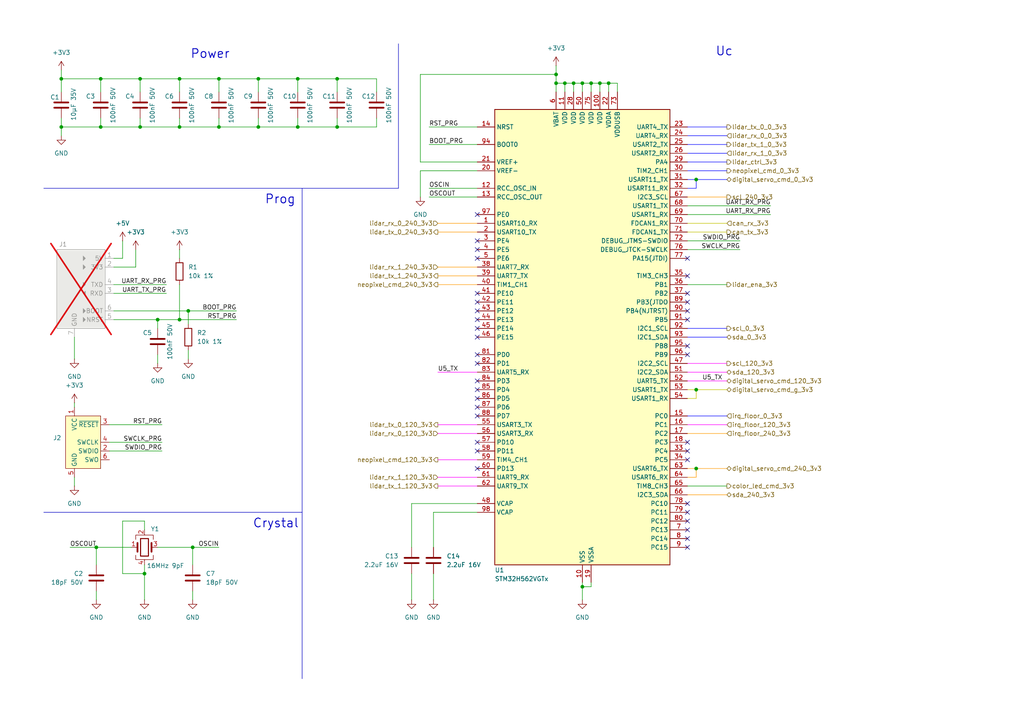
<source format=kicad_sch>
(kicad_sch (version 20250114) (generator "eeschema") (generator_version "9.0")
  (paper "A4")
  (lib_symbols
    (symbol "MCU_ST_STM32H5:STM32H562VGTx"
      (property "Reference" "U" (at -25.4 67.31 0))
      (property "Value" "STM32H562VGTx" (at 12.7 67.31 0))
      (symbol "STM32H562VGTx_0_1"
        (rectangle (start -25.4 -66.04) (end 25.4 66.04) (stroke (width 0.254)) (fill (type background)))
      )
      (symbol "STM32H562VGTx_1_1"
        (pin input line (at -30.48 60.96 0) (length 5.08) (name "NRST") (number "14"))
        (pin input line (at -30.48 55.88 0) (length 5.08) (name "BOOT0") (number "94"))
        (pin input line (at -30.48 50.8 0) (length 5.08) (name "VREF+") (number "21"))
        (pin input line (at -30.48 48.26 0) (length 5.08) (name "VREF-") (number "20"))
        (pin bidirectional line (at -30.48 43.18 0) (length 5.08) (name "PH0") (number "12") (alternate "RCC_OSC_IN" bidirectional line))
        (pin bidirectional line (at -30.48 40.64 0) (length 5.08) (name "PH1") (number "13") (alternate "RCC_OSC_OUT" bidirectional line))
        (pin bidirectional line (at -30.48 35.56 0) (length 5.08) (name "PE0") (number "97") (alternate "FDCAN1_RX" bidirectional line))
        (pin bidirectional line (at -30.48 33.02 0) (length 5.08) (name "PE2") (number "1") (alternate "USART10_RX" bidirectional line))
        (pin bidirectional line (at -30.48 30.48 0) (length 5.08) (name "PE3") (number "2") (alternate "USART10_TX" bidirectional line))
        (pin bidirectional line (at -30.48 27.94 0) (length 5.08) (name "PE4") (number "3"))
        (pin bidirectional line (at -30.48 25.4 0) (length 5.08) (name "PE5") (number "4"))
        (pin bidirectional line (at -30.48 22.86 0) (length 5.08) (name "PE6") (number "5"))
        (pin bidirectional line (at -30.48 20.32 0) (length 5.08) (name "PE7") (number "38") (alternate "UART7_RX" bidirectional line))
        (pin bidirectional line (at -30.48 17.78 0) (length 5.08) (name "PE8") (number "39") (alternate "UART7_TX" bidirectional line))
        (pin bidirectional line (at -30.48 15.24 0) (length 5.08) (name "PE9") (number "40") (alternate "TIM1_CH1" bidirectional line))
        (pin bidirectional line (at -30.48 12.7 0) (length 5.08) (name "PE10") (number "41"))
        (pin bidirectional line (at -30.48 10.16 0) (length 5.08) (name "PE11") (number "42"))
        (pin bidirectional line (at -30.48 7.62 0) (length 5.08) (name "PE12") (number "43"))
        (pin bidirectional line (at -30.48 5.08 0) (length 5.08) (name "PE13") (number "44"))
        (pin bidirectional line (at -30.48 2.54 0) (length 5.08) (name "PE14") (number "45"))
        (pin bidirectional line (at -30.48 0 0) (length 5.08) (name "PE15") (number "46"))
        (pin bidirectional line (at -30.48 -5.08 0) (length 5.08) (name "PD0") (number "81") (alternate "FDCAN1_RX" bidirectional line) (alternate "UART4_RX" bidirectional line))
        (pin bidirectional line (at -30.48 -7.62 0) (length 5.08) (name "PD1") (number "82") (alternate "FDCAN1_TX" bidirectional line) (alternate "UART4_TX" bidirectional line))
        (pin bidirectional line (at -30.48 -10.16 0) (length 5.08) (name "PD2") (number "83") (alternate "UART5_RX" bidirectional line))
        (pin bidirectional line (at -30.48 -12.7 0) (length 5.08) (name "PD3") (number "84"))
        (pin bidirectional line (at -30.48 -15.24 0) (length 5.08) (name "PD4") (number "85"))
        (pin bidirectional line (at -30.48 -17.78 0) (length 5.08) (name "PD5") (number "86") (alternate "FDCAN1_TX" bidirectional line) (alternate "USART2_TX" bidirectional line))
        (pin bidirectional line (at -30.48 -20.32 0) (length 5.08) (name "PD6") (number "87") (alternate "USART2_RX" bidirectional line))
        (pin bidirectional line (at -30.48 -22.86 0) (length 5.08) (name "PD7") (number "88"))
        (pin bidirectional line (at -30.48 -25.4 0) (length 5.08) (name "PD8") (number "55") (alternate "USART3_TX" bidirectional line))
        (pin bidirectional line (at -30.48 -27.94 0) (length 5.08) (name "PD9") (number "56") (alternate "USART3_RX" bidirectional line))
        (pin bidirectional line (at -30.48 -30.48 0) (length 5.08) (name "PD10") (number "57"))
        (pin bidirectional line (at -30.48 -33.02 0) (length 5.08) (name "PD11") (number "58") (alternate "UART4_RX" bidirectional line))
        (pin bidirectional line (at -30.48 -35.56 0) (length 5.08) (name "PD12") (number "59") (alternate "TIM4_CH1" bidirectional line) (alternate "UART4_TX" bidirectional line))
        (pin bidirectional line (at -30.48 -38.1 0) (length 5.08) (name "PD13") (number "60"))
        (pin bidirectional line (at -30.48 -40.64 0) (length 5.08) (name "PD14") (number "61") (alternate "UART9_RX" bidirectional line))
        (pin bidirectional line (at -30.48 -43.18 0) (length 5.08) (name "PD15") (number "62") (alternate "UART9_TX" bidirectional line))
        (pin power_out line (at -30.48 -48.26 0) (length 5.08) (name "VCAP") (number "48"))
        (pin power_out line (at -30.48 -50.8 0) (length 5.08) (name "VCAP") (number "98"))
        (pin power_in line (at -7.62 71.12 270) (length 5.08) (name "VBAT") (number "6"))
        (pin power_in line (at -5.08 71.12 270) (length 5.08) (name "VDD") (number "11"))
        (pin power_in line (at -2.54 71.12 270) (length 5.08) (name "VDD") (number "28"))
        (pin power_in line (at 0 71.12 270) (length 5.08) (name "VDD") (number "50"))
        (pin power_in line (at 0 -71.12 90) (length 5.08) (name "VSS") (number "10"))
        (pin passive line (at 0 -71.12 90) (length 5.08) (hide yes) (name "VSS") (number "27"))
        (pin passive line (at 0 -71.12 90) (length 5.08) (hide yes) (name "VSS") (number "49"))
        (pin passive line (at 0 -71.12 90) (length 5.08) (hide yes) (name "VSS") (number "74"))
        (pin passive line (at 0 -71.12 90) (length 5.08) (hide yes) (name "VSS") (number "99"))
        (pin power_in line (at 2.54 71.12 270) (length 5.08) (name "VDD") (number "75"))
        (pin power_in line (at 2.54 -71.12 90) (length 5.08) (name "VSSA") (number "19"))
        (pin power_in line (at 5.08 71.12 270) (length 5.08) (name "VDD") (number "100"))
        (pin power_in line (at 7.62 71.12 270) (length 5.08) (name "VDDA") (number "22"))
        (pin power_in line (at 10.16 71.12 270) (length 5.08) (name "VDDUSB") (number "73"))
        (pin bidirectional line (at 30.48 60.96 180) (length 5.08) (name "PA0") (number "23") (alternate "TIM2_CH1" bidirectional line) (alternate "UART4_TX" bidirectional line))
        (pin bidirectional line (at 30.48 58.42 180) (length 5.08) (name "PA1") (number "24") (alternate "UART4_RX" bidirectional line))
        (pin bidirectional line (at 30.48 55.88 180) (length 5.08) (name "PA2") (number "25") (alternate "USART2_TX" bidirectional line))
        (pin bidirectional line (at 30.48 53.34 180) (length 5.08) (name "PA3") (number "26") (alternate "USART2_RX" bidirectional line))
        (pin bidirectional line (at 30.48 50.8 180) (length 5.08) (name "PA4") (number "29"))
        (pin bidirectional line (at 30.48 48.26 180) (length 5.08) (name "PA5") (number "30") (alternate "TIM2_CH1" bidirectional line))
        (pin bidirectional line (at 30.48 45.72 180) (length 5.08) (name "PA6") (number "31") (alternate "USART11_TX" bidirectional line))
        (pin bidirectional line (at 30.48 43.18 180) (length 5.08) (name "PA7") (number "32") (alternate "USART11_RX" bidirectional line))
        (pin bidirectional line (at 30.48 40.64 180) (length 5.08) (name "PA8") (number "67") (alternate "I2C3_SCL" bidirectional line) (alternate "TIM1_CH1" bidirectional line) (alternate "UART7_RX" bidirectional line))
        (pin bidirectional line (at 30.48 38.1 180) (length 5.08) (name "PA9") (number "68") (alternate "USART1_TX" bidirectional line))
        (pin bidirectional line (at 30.48 35.56 180) (length 5.08) (name "PA10") (number "69") (alternate "USART1_RX" bidirectional line))
        (pin bidirectional line (at 30.48 33.02 180) (length 5.08) (name "PA11") (number "70") (alternate "FDCAN1_RX" bidirectional line) (alternate "UART4_RX" bidirectional line))
        (pin bidirectional line (at 30.48 30.48 180) (length 5.08) (name "PA12") (number "71") (alternate "FDCAN1_TX" bidirectional line) (alternate "UART4_TX" bidirectional line))
        (pin bidirectional line (at 30.48 27.94 180) (length 5.08) (name "PA13(JTMS") (number "72") (alternate "DEBUG_JTMS-SWDIO" bidirectional line))
        (pin bidirectional line (at 30.48 25.4 180) (length 5.08) (name "PA14(JTCK") (number "76") (alternate "DEBUG_JTCK-SWCLK" bidirectional line))
        (pin bidirectional line (at 30.48 22.86 180) (length 5.08) (name "PA15(JTDI)") (number "77") (alternate "TIM2_CH1" bidirectional line) (alternate "UART7_TX" bidirectional line))
        (pin bidirectional line (at 30.48 17.78 180) (length 5.08) (name "PB0") (number "35") (alternate "TIM3_CH3" bidirectional line))
        (pin bidirectional line (at 30.48 15.24 180) (length 5.08) (name "PB1") (number "36"))
        (pin bidirectional line (at 30.48 12.7 180) (length 5.08) (name "PB2") (number "37"))
        (pin bidirectional line (at 30.48 10.16 180) (length 5.08) (name "PB3(JTDO") (number "89") (alternate "I2C2_SDA" bidirectional line) (alternate "UART7_RX" bidirectional line))
        (pin bidirectional line (at 30.48 7.62 180) (length 5.08) (name "PB4(NJTRST)") (number "90") (alternate "UART7_TX" bidirectional line))
        (pin bidirectional line (at 30.48 5.08 180) (length 5.08) (name "PB5") (number "91") (alternate "UART5_RX" bidirectional line))
        (pin bidirectional line (at 30.48 2.54 180) (length 5.08) (name "PB6") (number "92") (alternate "I2C1_SCL" bidirectional line) (alternate "TIM4_CH1" bidirectional line) (alternate "UART5_TX" bidirectional line) (alternate "USART1_TX" bidirectional line))
        (pin bidirectional line (at 30.48 0 180) (length 5.08) (name "PB7") (number "93") (alternate "FDCAN1_TX" bidirectional line) (alternate "I2C1_SDA" bidirectional line) (alternate "USART1_RX" bidirectional line))
        (pin bidirectional line (at 30.48 -2.54 180) (length 5.08) (name "PB8") (number "95") (alternate "FDCAN1_RX" bidirectional line) (alternate "I2C1_SCL" bidirectional line) (alternate "UART4_RX" bidirectional line))
        (pin bidirectional line (at 30.48 -5.08 180) (length 5.08) (name "PB9") (number "96") (alternate "FDCAN1_TX" bidirectional line) (alternate "I2C1_SDA" bidirectional line) (alternate "UART4_TX" bidirectional line))
        (pin bidirectional line (at 30.48 -7.62 180) (length 5.08) (name "PB10") (number "47") (alternate "I2C2_SCL" bidirectional line) (alternate "USART3_TX" bidirectional line))
        (pin bidirectional line (at 30.48 -10.16 180) (length 5.08) (name "PB12") (number "51") (alternate "I2C2_SDA" bidirectional line) (alternate "UART5_RX" bidirectional line))
        (pin bidirectional line (at 30.48 -12.7 180) (length 5.08) (name "PB13") (number "52") (alternate "UART5_TX" bidirectional line))
        (pin bidirectional line (at 30.48 -15.24 180) (length 5.08) (name "PB14") (number "53") (alternate "USART1_TX" bidirectional line))
        (pin bidirectional line (at 30.48 -17.78 180) (length 5.08) (name "PB15") (number "54") (alternate "UART5_RX" bidirectional line) (alternate "USART1_RX" bidirectional line))
        (pin bidirectional line (at 30.48 -22.86 180) (length 5.08) (name "PC0") (number "15"))
        (pin bidirectional line (at 30.48 -25.4 180) (length 5.08) (name "PC1") (number "16"))
        (pin bidirectional line (at 30.48 -27.94 180) (length 5.08) (name "PC2") (number "17"))
        (pin bidirectional line (at 30.48 -30.48 180) (length 5.08) (name "PC3") (number "18"))
        (pin bidirectional line (at 30.48 -33.02 180) (length 5.08) (name "PC4") (number "33") (alternate "USART3_RX" bidirectional line))
        (pin bidirectional line (at 30.48 -35.56 180) (length 5.08) (name "PC5") (number "34"))
        (pin bidirectional line (at 30.48 -38.1 180) (length 5.08) (name "PC6") (number "63") (alternate "USART6_TX" bidirectional line))
        (pin bidirectional line (at 30.48 -40.64 180) (length 5.08) (name "PC7") (number "64") (alternate "USART6_RX" bidirectional line))
        (pin bidirectional line (at 30.48 -43.18 180) (length 5.08) (name "PC8") (number "65") (alternate "TIM3_CH3" bidirectional line) (alternate "TIM8_CH3" bidirectional line))
        (pin bidirectional line (at 30.48 -45.72 180) (length 5.08) (name "PC9") (number "66") (alternate "I2C3_SDA" bidirectional line))
        (pin bidirectional line (at 30.48 -48.26 180) (length 5.08) (name "PC10") (number "78") (alternate "UART4_TX" bidirectional line) (alternate "USART3_TX" bidirectional line))
        (pin bidirectional line (at 30.48 -50.8 180) (length 5.08) (name "PC11") (number "79") (alternate "UART4_RX" bidirectional line) (alternate "USART3_RX" bidirectional line))
        (pin bidirectional line (at 30.48 -53.34 180) (length 5.08) (name "PC12") (number "80") (alternate "UART5_TX" bidirectional line))
        (pin bidirectional line (at 30.48 -55.88 180) (length 5.08) (name "PC13") (number "7"))
        (pin bidirectional line (at 30.48 -58.42 180) (length 5.08) (name "PC14") (number "8"))
        (pin bidirectional line (at 30.48 -60.96 180) (length 5.08) (name "PC15") (number "9"))
      )
    )
    (symbol "cocotter_capacitors:C_100nF_50V_0603" (pin_numbers (hide yes)) (pin_names (offset 0.254))
      (property "Reference" "C" (at 0.635 2.54 0))
      (property "Value" "100nF 50V" (at 0.635 -2.54 0))
      (symbol "C_100nF_50V_0603_0_1"
        (polyline (pts (xy -2.032 0.762) (xy 2.032 0.762)) (stroke (width 0.508)))
        (polyline (pts (xy -2.032 -0.762) (xy 2.032 -0.762)) (stroke (width 0.508)))
      )
      (symbol "C_100nF_50V_0603_1_1"
        (pin passive line (at 0 3.81 270) (length 2.794) (name "~") (number "1"))
        (pin passive line (at 0 -3.81 90) (length 2.794) (name "~") (number "2"))
      )
    )
    (symbol "cocotter_capacitors:C_10µF_35V_1206" (pin_numbers (hide yes)) (pin_names (offset 0.254))
      (property "Reference" "C" (at 0.635 2.54 0))
      (property "Value" "10µF 35V" (at 0.635 -2.54 0))
      (symbol "C_10µF_35V_1206_0_1"
        (polyline (pts (xy -2.032 0.762) (xy 2.032 0.762)) (stroke (width 0.508)))
        (polyline (pts (xy -2.032 -0.762) (xy 2.032 -0.762)) (stroke (width 0.508)))
      )
      (symbol "C_10µF_35V_1206_1_1"
        (pin passive line (at 0 3.81 270) (length 2.794) (name "~") (number "1"))
        (pin passive line (at 0 -3.81 90) (length 2.794) (name "~") (number "2"))
      )
    )
    (symbol "cocotter_capacitors:C_18pF_50V_0603" (pin_numbers (hide yes)) (pin_names (offset 0.254))
      (property "Reference" "C" (at 0.635 2.54 0))
      (property "Value" "18pF 50V" (at 0.635 -2.54 0))
      (symbol "C_18pF_50V_0603_0_1"
        (polyline (pts (xy -2.032 0.762) (xy 2.032 0.762)) (stroke (width 0.508)))
        (polyline (pts (xy -2.032 -0.762) (xy 2.032 -0.762)) (stroke (width 0.508)))
      )
      (symbol "C_18pF_50V_0603_1_1"
        (pin passive line (at 0 3.81 270) (length 2.794) (name "~") (number "1"))
        (pin passive line (at 0 -3.81 90) (length 2.794) (name "~") (number "2"))
      )
    )
    (symbol "cocotter_capacitors:C_2.2uF_16V_0603" (pin_numbers (hide yes)) (pin_names (offset 0.254))
      (property "Reference" "C" (at 0.635 2.54 0))
      (property "Value" "2.2uF 16V" (at 0.635 -2.54 0))
      (symbol "C_2.2uF_16V_0603_0_1"
        (polyline (pts (xy -2.032 0.762) (xy 2.032 0.762)) (stroke (width 0.508)))
        (polyline (pts (xy -2.032 -0.762) (xy 2.032 -0.762)) (stroke (width 0.508)))
      )
      (symbol "C_2.2uF_16V_0603_1_1"
        (pin passive line (at 0 3.81 270) (length 2.794) (name "~") (number "1"))
        (pin passive line (at 0 -3.81 90) (length 2.794) (name "~") (number "2"))
      )
    )
    (symbol "cocotter_connectors:Conn_ARM_SWD_TagConnect_TC2030" (in_bom no)
      (property "Reference" "J" (at 2.54 11.43 0))
      (property "Value" "Conn_ARM_SWD_TagConnect_TC2030" (at 5.08 8.89 0))
      (symbol "Conn_ARM_SWD_TagConnect_TC2030_0_0"
        (pin power_in line (at -2.54 10.16 270) (length 2.54) (name "VCC") (number "1"))
        (pin power_in line (at -2.54 -10.16 90) (length 2.54) (name "GND") (number "5"))
        (pin open_collector line (at 7.62 5.08 180) (length 2.54) (name "~{RESET}") (number "3"))
        (pin output line (at 7.62 0 180) (length 2.54) (name "SWCLK") (number "4"))
        (pin bidirectional line (at 7.62 -2.54 180) (length 2.54) (name "SWDIO") (number "2"))
        (pin input line (at 7.62 -5.08 180) (length 2.54) (name "SWO") (number "6"))
      )
      (symbol "Conn_ARM_SWD_TagConnect_TC2030_0_1"
        (rectangle (start -5.08 7.62) (end 5.08 -7.62) (fill (type background)))
      )
    )
    (symbol "cocotter_connectors:eps32_uart_programmer"
      (property "Reference" "J" (at -7.112 13.716 0))
      (property "JLCPCB Part #" "C492406" (at 0 0 0))
      (symbol "eps32_uart_programmer_1_1"
        (rectangle (start -7.62 12.7) (end 6.35 -10.16) (fill (type background)))
        (polyline (pts (xy -1.905 -0.635) (xy -1.27 0) (xy -1.905 0.635) (xy -1.905 -0.635)) (fill (type outline)))
        (polyline (pts (xy -1.27 10.795) (xy -1.905 10.16) (xy -1.27 9.525) (xy -1.27 10.795)) (fill (type outline)))
        (polyline (pts (xy -1.27 8.255) (xy -1.905 7.62) (xy -1.27 6.985) (xy -1.27 8.255)) (fill (type outline)))
        (polyline (pts (xy -1.27 3.175) (xy -1.905 2.54) (xy -1.27 1.905) (xy -1.27 3.175)) (fill (type outline)))
        (polyline (pts (xy -1.27 -4.445) (xy -1.905 -5.08) (xy -1.27 -5.715) (xy -1.27 -4.445)) (fill (type outline)))
        (polyline (pts (xy -1.27 -6.985) (xy -1.905 -7.62) (xy -1.27 -8.255) (xy -1.27 -6.985)) (fill (type outline)))
        (pin power_out line (at -10.16 10.16 0) (length 2.54) (name "5V") (number "1"))
        (pin power_out line (at -10.16 7.62 0) (length 2.54) (name "3V3") (number "2"))
        (pin output line (at -10.16 2.54 0) (length 2.54) (name "TXD") (number "4"))
        (pin input line (at -10.16 0 0) (length 2.54) (name "RXD") (number "3"))
        (pin output line (at -10.16 -5.08 0) (length 2.54) (name "BOOT") (number "6"))
        (pin input line (at -10.16 -7.62 0) (length 2.54) (name "NRST") (number "5"))
        (pin passive line (at 1.27 -12.7 90) (length 2.54) (name "GND") (number "7"))
      )
    )
    (symbol "cocotter_others:XTAL 16MHz 9pF" (pin_names (offset 1.016) (hide yes))
      (property "Reference" "Y" (at 3.175 5.08 0))
      (property "Value" "16MHz 9pF" (at 3.175 3.175 0))
      (symbol "XTAL 16MHz 9pF_0_1"
        (polyline (pts (xy -2.54 2.286) (xy -2.54 3.556) (xy 2.54 3.556) (xy 2.54 2.286)))
        (polyline (pts (xy -2.54 0) (xy -2.032 0)))
        (polyline (pts (xy -2.54 -2.286) (xy -2.54 -3.556) (xy 2.54 -3.556) (xy 2.54 -2.286)))
        (polyline (pts (xy -2.032 -1.27) (xy -2.032 1.27)) (stroke (width 0.508)))
        (rectangle (start -1.143 2.54) (end 1.143 -2.54) (stroke (width 0.3048)))
        (polyline (pts (xy 0 3.556) (xy 0 3.81)))
        (polyline (pts (xy 0 -3.81) (xy 0 -3.556)))
        (polyline (pts (xy 2.032 0) (xy 2.54 0)))
        (polyline (pts (xy 2.032 -1.27) (xy 2.032 1.27)) (stroke (width 0.508)))
      )
      (symbol "XTAL 16MHz 9pF_1_1"
        (pin passive line (at -3.81 0 0) (length 1.27) (name "1") (number "1"))
        (pin passive line (at 0 5.08 270) (length 1.27) (name "2") (number "2"))
        (pin passive line (at 0 -5.08 90) (length 1.27) (name "4") (number "4"))
        (pin passive line (at 3.81 0 180) (length 1.27) (name "3") (number "3"))
      )
    )
    (symbol "cocotter_resistors:R_10k_0603_1%" (pin_numbers (hide yes)) (pin_names (offset 0))
      (property "Reference" "R" (at 1.27 1.27 0))
      (property "Value" "10k 1%" (at 3.81 -1.27 0))
      (symbol "R_10k_0603_1%_0_1"
        (rectangle (start -1.016 -2.54) (end 1.016 2.54) (stroke (width 0.254)))
      )
      (symbol "R_10k_0603_1%_1_1"
        (pin passive line (at 0 3.81 270) (length 1.27) (name "~") (number "1"))
        (pin passive line (at 0 -3.81 90) (length 1.27) (name "~") (number "2"))
      )
    )
    (symbol "power:+3V3" (power) (pin_numbers (hide yes)) (pin_names (offset 0) (hide yes))
      (property "Value" "+3V3" (at 0 3.556 0))
      (symbol "+3V3_0_1"
        (polyline (pts (xy -0.762 1.27) (xy 0 2.54)))
        (polyline (pts (xy 0 2.54) (xy 0.762 1.27)))
        (polyline (pts (xy 0 0) (xy 0 2.54)))
      )
      (symbol "+3V3_1_1"
        (pin power_in line (at 0 0 90) (length 0) (name "~") (number "1"))
      )
    )
    (symbol "power:+5V" (power) (pin_numbers (hide yes)) (pin_names (offset 0) (hide yes))
      (property "Value" "+5V" (at 0 3.556 0))
      (symbol "+5V_0_1"
        (polyline (pts (xy -0.762 1.27) (xy 0 2.54)))
        (polyline (pts (xy 0 2.54) (xy 0.762 1.27)))
        (polyline (pts (xy 0 0) (xy 0 2.54)))
      )
      (symbol "+5V_1_1"
        (pin power_in line (at 0 0 90) (length 0) (name "~") (number "1"))
      )
    )
    (symbol "power:GND" (power) (pin_numbers (hide yes)) (pin_names (offset 0) (hide yes))
      (property "Value" "GND" (at 0 -3.81 0))
      (symbol "GND_0_1"
        (polyline (pts (xy 0 0) (xy 0 -1.27) (xy 1.27 -1.27) (xy 0 -2.54) (xy -1.27 -1.27) (xy 0 -1.27)))
      )
      (symbol "GND_1_1"
        (pin power_in line (at 0 0 270) (length 0) (name "~") (number "1"))
      )
    )
  )
  (text "Prog" (at 81.28 57.912 0) (effects (font (size 2.54 2.54) (thickness 0.254) (bold yes))))
  (text "Uc" (at 210.058 14.986 0) (effects (font (size 2.54 2.54) (thickness 0.254) (bold yes))))
  (text "Crystal\n" (at 80.01 151.892 0) (effects (font (size 2.54 2.54) (thickness 0.254) (bold yes))))
  (text "Power" (at 60.96 15.748 0) (effects (font (size 2.54 2.54) (thickness 0.254) (bold yes))))
  (junction (at 27.94 158.75))
  (junction (at 97.79 22.86))
  (junction (at 29.21 22.86))
  (junction (at 55.88 158.75))
  (junction (at 86.36 22.86))
  (junction (at 176.53 24.13))
  (junction (at 163.83 24.13))
  (junction (at 40.64 22.86))
  (junction (at 171.45 24.13))
  (junction (at 17.78 22.86))
  (junction (at 54.61 90.17))
  (junction (at 52.07 36.83))
  (junction (at 40.64 36.83))
  (junction (at 161.29 24.13))
  (junction (at 168.91 24.13))
  (junction (at 201.93 52.07))
  (junction (at 74.93 22.86))
  (junction (at 41.91 166.37))
  (junction (at 52.07 22.86))
  (junction (at 201.93 135.89))
  (junction (at 86.36 36.83))
  (junction (at 97.79 36.83))
  (junction (at 161.29 21.59))
  (junction (at 168.91 170.18))
  (junction (at 52.07 92.71))
  (junction (at 201.93 113.03))
  (junction (at 63.5 36.83))
  (junction (at 166.37 24.13))
  (junction (at 17.78 36.83))
  (junction (at 29.21 36.83))
  (junction (at 45.72 92.71))
  (junction (at 63.5 22.86))
  (junction (at 173.99 24.13))
  (junction (at 74.93 36.83))
  (no_connect (at 199.39 158.75))
  (no_connect (at 138.43 87.63))
  (no_connect (at 199.39 100.33))
  (no_connect (at 138.43 113.03))
  (no_connect (at 138.43 95.25))
  (no_connect (at 199.39 148.59))
  (no_connect (at 138.43 135.89))
  (no_connect (at 199.39 128.27))
  (no_connect (at 138.43 72.39))
  (no_connect (at 138.43 62.23))
  (no_connect (at 199.39 133.35))
  (no_connect (at 199.39 151.13))
  (no_connect (at 138.43 74.93))
  (no_connect (at 199.39 130.81))
  (no_connect (at 138.43 92.71))
  (no_connect (at 199.39 102.87))
  (no_connect (at 199.39 146.05))
  (no_connect (at 138.43 120.65))
  (no_connect (at 199.39 90.17))
  (no_connect (at 199.39 156.21))
  (no_connect (at 138.43 97.79))
  (no_connect (at 138.43 115.57))
  (no_connect (at 199.39 92.71))
  (no_connect (at 199.39 153.67))
  (no_connect (at 138.43 110.49))
  (no_connect (at 199.39 74.93))
  (no_connect (at 199.39 87.63))
  (no_connect (at 199.39 80.01))
  (no_connect (at 138.43 85.09))
  (no_connect (at 138.43 105.41))
  (no_connect (at 138.43 118.11))
  (no_connect (at 138.43 130.81))
  (no_connect (at 138.43 102.87))
  (no_connect (at 138.43 69.85))
  (no_connect (at 199.39 85.09))
  (no_connect (at 138.43 90.17))
  (no_connect (at 138.43 128.27))
  (wire (pts (xy 21.59 138.43) (xy 21.59 140.97)))
  (wire (pts (xy 121.92 57.15) (xy 121.92 49.53)))
  (wire (pts (xy 31.75 128.27) (xy 46.99 128.27)))
  (wire (pts (xy 109.22 22.86) (xy 109.22 26.67)))
  (wire (pts (xy 29.21 22.86) (xy 29.21 26.67)))
  (wire (pts (xy 74.93 22.86) (xy 86.36 22.86)))
  (wire (pts (xy 41.91 153.67) (xy 41.91 151.13)))
  (wire (pts (xy 199.39 46.99) (xy 210.82 46.99)) (stroke (width 0) (color 0 0 255 1)))
  (polyline (pts (xy 87.63 54.61) (xy 87.63 196.85)))
  (wire (pts (xy 27.94 158.75) (xy 20.32 158.75)))
  (wire (pts (xy 63.5 36.83) (xy 74.93 36.83)))
  (wire (pts (xy 17.78 36.83) (xy 29.21 36.83)))
  (wire (pts (xy 171.45 24.13) (xy 173.99 24.13)))
  (wire (pts (xy 199.39 115.57) (xy 201.93 115.57)) (stroke (width 0) (color 194 194 0 1)))
  (wire (pts (xy 199.39 59.69) (xy 223.52 59.69)))
  (wire (pts (xy 17.78 20.32) (xy 17.78 22.86)))
  (wire (pts (xy 109.22 36.83) (xy 109.22 34.29)))
  (wire (pts (xy 45.72 92.71) (xy 52.07 92.71)))
  (wire (pts (xy 199.39 39.37) (xy 210.82 39.37)) (stroke (width 0) (color 0 0 255 1)))
  (wire (pts (xy 138.43 138.43) (xy 127 138.43)) (stroke (width 0) (color 255 0 255 1)))
  (wire (pts (xy 176.53 24.13) (xy 179.07 24.13)))
  (wire (pts (xy 52.07 22.86) (xy 63.5 22.86)))
  (wire (pts (xy 163.83 24.13) (xy 163.83 26.67)))
  (wire (pts (xy 168.91 170.18) (xy 168.91 173.99)))
  (wire (pts (xy 201.93 115.57) (xy 201.93 113.03)) (stroke (width 0) (color 194 194 0 1)))
  (wire (pts (xy 35.56 151.13) (xy 35.56 166.37)))
  (wire (pts (xy 97.79 36.83) (xy 109.22 36.83)))
  (wire (pts (xy 138.43 46.99) (xy 121.92 46.99)))
  (wire (pts (xy 38.1 158.75) (xy 27.94 158.75)))
  (polyline (pts (xy -86.36 16.51) (xy -86.36 21.59)))
  (wire (pts (xy 74.93 36.83) (xy 74.93 34.29)))
  (wire (pts (xy 171.45 26.67) (xy 171.45 24.13)))
  (wire (pts (xy 173.99 24.13) (xy 176.53 24.13)))
  (wire (pts (xy 163.83 24.13) (xy 166.37 24.13)))
  (wire (pts (xy 40.64 22.86) (xy 52.07 22.86)))
  (wire (pts (xy 40.64 22.86) (xy 40.64 26.67)))
  (wire (pts (xy 125.73 148.59) (xy 125.73 158.75)))
  (wire (pts (xy 138.43 77.47) (xy 127 77.47)) (stroke (width 0) (color 255 153 0 1)))
  (wire (pts (xy 52.07 72.39) (xy 52.07 74.93)))
  (wire (pts (xy 86.36 22.86) (xy 86.36 26.67)))
  (wire (pts (xy 199.39 52.07) (xy 201.93 52.07)) (stroke (width 0) (color 0 0 255 1)))
  (wire (pts (xy 138.43 67.31) (xy 127 67.31)) (stroke (width 0) (color 255 153 0 1)))
  (wire (pts (xy 173.99 24.13) (xy 173.99 26.67)))
  (wire (pts (xy 86.36 22.86) (xy 97.79 22.86)))
  (wire (pts (xy 41.91 166.37) (xy 41.91 173.99)))
  (wire (pts (xy 161.29 21.59) (xy 161.29 24.13)))
  (wire (pts (xy 127 133.35) (xy 138.43 133.35)) (stroke (width 0) (color 255 0 255 1)))
  (wire (pts (xy 138.43 148.59) (xy 125.73 148.59)))
  (wire (pts (xy 199.39 138.43) (xy 201.93 138.43)) (stroke (width 0) (color 255 153 0 1)))
  (wire (pts (xy 199.39 64.77) (xy 210.82 64.77)) (stroke (width 0) (color 194 194 0 1)))
  (wire (pts (xy 39.37 72.39) (xy 39.37 77.47)))
  (wire (pts (xy 29.21 36.83) (xy 29.21 34.29)))
  (wire (pts (xy 33.02 90.17) (xy 54.61 90.17)))
  (wire (pts (xy 199.39 120.65) (xy 210.82 120.65)) (stroke (width 0) (color 0 0 255 1)))
  (wire (pts (xy 138.43 125.73) (xy 127 125.73)) (stroke (width 0) (color 255 0 255 1)))
  (wire (pts (xy 17.78 39.37) (xy 17.78 36.83)))
  (wire (pts (xy 63.5 22.86) (xy 74.93 22.86)))
  (wire (pts (xy 199.39 69.85) (xy 214.63 69.85)))
  (wire (pts (xy 161.29 24.13) (xy 161.29 26.67)))
  (wire (pts (xy 199.39 82.55) (xy 210.82 82.55)))
  (wire (pts (xy 210.82 110.49) (xy 199.39 110.49)) (stroke (width 0) (color 255 0 255 1)))
  (wire (pts (xy 138.43 54.61) (xy 124.46 54.61)))
  (wire (pts (xy 74.93 36.83) (xy 86.36 36.83)))
  (wire (pts (xy 63.5 36.83) (xy 63.5 34.29)))
  (wire (pts (xy 45.72 102.87) (xy 45.72 105.41)))
  (polyline (pts (xy 12.7 148.59) (xy 87.63 148.59)))
  (wire (pts (xy 199.39 67.31) (xy 210.82 67.31)) (stroke (width 0) (color 194 194 0 1)))
  (wire (pts (xy 40.64 36.83) (xy 40.64 34.29)))
  (wire (pts (xy 171.45 170.18) (xy 171.45 168.91)))
  (wire (pts (xy 199.39 49.53) (xy 210.82 49.53)) (stroke (width 0) (color 0 0 255 1)))
  (wire (pts (xy 199.39 143.51) (xy 210.82 143.51)) (stroke (width 0) (color 255 153 0 1)))
  (wire (pts (xy 63.5 22.86) (xy 63.5 26.67)))
  (wire (pts (xy 52.07 22.86) (xy 52.07 26.67)))
  (wire (pts (xy 199.39 105.41) (xy 210.82 105.41)) (stroke (width 0) (color 255 0 255 1)))
  (wire (pts (xy 168.91 168.91) (xy 168.91 170.18)))
  (polyline (pts (xy 12.7 54.61) (xy 115.57 54.61)))
  (polyline (pts (xy 115.57 12.7) (xy 115.57 54.61)))
  (wire (pts (xy 52.07 82.55) (xy 52.07 92.71)))
  (wire (pts (xy 199.39 125.73) (xy 210.82 125.73)) (stroke (width 0) (color 255 153 0 1)))
  (wire (pts (xy 17.78 22.86) (xy 17.78 26.67)))
  (wire (pts (xy 121.92 21.59) (xy 161.29 21.59)))
  (wire (pts (xy 97.79 36.83) (xy 97.79 34.29)))
  (wire (pts (xy 55.88 158.75) (xy 63.5 158.75)))
  (wire (pts (xy 17.78 22.86) (xy 29.21 22.86)))
  (wire (pts (xy 31.75 130.81) (xy 46.99 130.81)))
  (wire (pts (xy 138.43 140.97) (xy 127 140.97)) (stroke (width 0) (color 255 0 255 1)))
  (wire (pts (xy 54.61 101.6) (xy 54.61 104.14)))
  (wire (pts (xy 161.29 24.13) (xy 163.83 24.13)))
  (wire (pts (xy 124.46 57.15) (xy 138.43 57.15)))
  (wire (pts (xy 179.07 24.13) (xy 179.07 26.67)))
  (wire (pts (xy 119.38 146.05) (xy 119.38 158.75)))
  (wire (pts (xy 45.72 158.75) (xy 55.88 158.75)))
  (wire (pts (xy 52.07 36.83) (xy 63.5 36.83)))
  (wire (pts (xy 33.02 77.47) (xy 39.37 77.47)))
  (wire (pts (xy 55.88 171.45) (xy 55.88 173.99)))
  (wire (pts (xy 54.61 90.17) (xy 54.61 93.98)))
  (wire (pts (xy 21.59 97.79) (xy 21.59 104.14)))
  (wire (pts (xy 33.02 82.55) (xy 48.26 82.55)))
  (wire (pts (xy 52.07 36.83) (xy 52.07 34.29)))
  (wire (pts (xy 74.93 22.86) (xy 74.93 26.67)))
  (wire (pts (xy 138.43 146.05) (xy 119.38 146.05)))
  (wire (pts (xy 166.37 24.13) (xy 168.91 24.13)))
  (wire (pts (xy 55.88 158.75) (xy 55.88 163.83)))
  (wire (pts (xy 27.94 158.75) (xy 27.94 163.83)))
  (wire (pts (xy 33.02 74.93) (xy 35.56 74.93)))
  (wire (pts (xy 41.91 163.83) (xy 41.91 166.37)))
  (wire (pts (xy 121.92 49.53) (xy 138.43 49.53)))
  (wire (pts (xy 31.75 123.19) (xy 46.99 123.19)))
  (wire (pts (xy 125.73 166.37) (xy 125.73 173.99)))
  (wire (pts (xy 86.36 36.83) (xy 97.79 36.83)))
  (wire (pts (xy 97.79 22.86) (xy 97.79 26.67)))
  (wire (pts (xy 138.43 41.91) (xy 124.46 41.91)))
  (wire (pts (xy 121.92 46.99) (xy 121.92 21.59)))
  (wire (pts (xy 29.21 36.83) (xy 40.64 36.83)))
  (wire (pts (xy 86.36 36.83) (xy 86.36 34.29)))
  (wire (pts (xy 199.39 95.25) (xy 210.82 95.25)) (stroke (width 0) (color 0 0 255 1)))
  (wire (pts (xy 119.38 166.37) (xy 119.38 173.99)))
  (wire (pts (xy 40.64 36.83) (xy 52.07 36.83)))
  (wire (pts (xy 29.21 22.86) (xy 40.64 22.86)))
  (wire (pts (xy 33.02 92.71) (xy 45.72 92.71)))
  (wire (pts (xy 54.61 90.17) (xy 68.58 90.17)))
  (wire (pts (xy 199.39 62.23) (xy 223.52 62.23)))
  (wire (pts (xy 138.43 123.19) (xy 127 123.19)) (stroke (width 0) (color 255 0 255 1)))
  (wire (pts (xy 127 107.95) (xy 138.43 107.95)) (stroke (width 0) (color 255 0 255 1)))
  (wire (pts (xy 33.02 85.09) (xy 48.26 85.09)))
  (wire (pts (xy 199.39 97.79) (xy 210.82 97.79)) (stroke (width 0) (color 0 0 255 1)))
  (wire (pts (xy 166.37 24.13) (xy 166.37 26.67)))
  (wire (pts (xy 41.91 151.13) (xy 35.56 151.13)))
  (wire (pts (xy 35.56 166.37) (xy 41.91 166.37)))
  (wire (pts (xy 199.39 54.61) (xy 201.93 54.61)) (stroke (width 0) (color 0 0 255 1)))
  (wire (pts (xy 17.78 34.29) (xy 17.78 36.83)))
  (wire (pts (xy 199.39 72.39) (xy 214.63 72.39)))
  (wire (pts (xy 199.39 123.19) (xy 210.82 123.19)) (stroke (width 0) (color 255 0 255 1)))
  (wire (pts (xy 201.93 52.07) (xy 210.82 52.07)) (stroke (width 0) (color 0 0 255 1)))
  (wire (pts (xy 138.43 80.01) (xy 127 80.01)) (stroke (width 0) (color 255 153 0 1)))
  (wire (pts (xy 52.07 92.71) (xy 68.58 92.71)))
  (wire (pts (xy 201.93 135.89) (xy 201.93 138.43)) (stroke (width 0) (color 255 153 0 1)))
  (wire (pts (xy 199.39 36.83) (xy 210.82 36.83)) (stroke (width 0) (color 0 0 255 1)))
  (wire (pts (xy 199.39 41.91) (xy 210.82 41.91)) (stroke (width 0) (color 0 0 255 1)))
  (wire (pts (xy 45.72 95.25) (xy 45.72 92.71)))
  (wire (pts (xy 138.43 36.83) (xy 124.46 36.83)))
  (wire (pts (xy 201.93 113.03) (xy 210.82 113.03)) (stroke (width 0) (color 194 194 0 1)))
  (wire (pts (xy 138.43 64.77) (xy 127 64.77)) (stroke (width 0) (color 255 153 0 1)))
  (wire (pts (xy 161.29 19.05) (xy 161.29 21.59)))
  (wire (pts (xy 176.53 24.13) (xy 176.53 26.67)))
  (wire (pts (xy 199.39 135.89) (xy 201.93 135.89)) (stroke (width 0) (color 255 153 0 1)))
  (wire (pts (xy 199.39 107.95) (xy 210.82 107.95)) (stroke (width 0) (color 255 0 255 1)))
  (wire (pts (xy 27.94 171.45) (xy 27.94 173.99)))
  (wire (pts (xy 168.91 170.18) (xy 171.45 170.18)))
  (wire (pts (xy 127 82.55) (xy 138.43 82.55)) (stroke (width 0) (color 255 153 0 1)))
  (wire (pts (xy 168.91 24.13) (xy 171.45 24.13)))
  (wire (pts (xy 168.91 24.13) (xy 168.91 26.67)))
  (wire (pts (xy 199.39 113.03) (xy 201.93 113.03)) (stroke (width 0) (color 194 194 0 1)))
  (wire (pts (xy 21.59 116.84) (xy 21.59 118.11)))
  (wire (pts (xy 201.93 52.07) (xy 201.93 54.61)) (stroke (width 0) (color 0 0 255 1)))
  (wire (pts (xy 35.56 69.85) (xy 35.56 74.93)))
  (wire (pts (xy 201.93 135.89) (xy 210.82 135.89)) (stroke (width 0) (color 255 153 0 1)))
  (wire (pts (xy 199.39 140.97) (xy 210.82 140.97)))
  (wire (pts (xy 199.39 44.45) (xy 210.82 44.45)) (stroke (width 0) (color 0 0 255 1)))
  (wire (pts (xy 97.79 22.86) (xy 109.22 22.86)))
  (wire (pts (xy 199.39 57.15) (xy 210.82 57.15)) (stroke (width 0) (color 255 153 0 1)))
  (label "RST_PRG" (at 68.58 92.71 180))
  (label "UART_RX_PRG" (at 223.52 59.69 180))
  (label "SWCLK_PRG" (at 214.63 72.39 180))
  (label "U5_TX" (at 209.55 110.49 180))
  (label "RST_PRG" (at 46.99 123.19 180))
  (label "OSCOUT" (at 124.46 57.15 0))
  (label "UART_TX_PRG" (at 48.1846 85.09 180))
  (label "UART_RX_PRG" (at 48.26 82.55 180))
  (label "OSCIN" (at 124.46 54.61 0))
  (label "BOOT_PRG" (at 68.58 90.17 180))
  (label "U5_TX" (at 127 107.95 0))
  (label "SWDIO_PRG" (at 46.99 130.81 180))
  (label "SWCLK_PRG" (at 46.99 128.27 180))
  (label "BOOT_PRG" (at 124.46 41.91 0))
  (label "RST_PRG" (at 124.46 36.83 0))
  (label "SWDIO_PRG" (at 214.63 69.85 180))
  (label "UART_RX_PRG" (at 223.52 62.23 180))
  (label "OSCOUT" (at 20.32 158.75 0))
  (label "OSCIN" (at 63.5 158.75 180))
  (hierarchical_label "lidar_ctrl_3v3" (shape output) (at 210.82 46.99 0))
  (hierarchical_label "lidar_rx_1_240_3v3" (shape input) (at 127 77.47 180))
  (hierarchical_label "lidar_tx_0_240_3v3" (shape output) (at 127 67.31 180))
  (hierarchical_label "can_tx_3v3" (shape output) (at 210.82 67.31 0))
  (hierarchical_label "can_rx_3v3" (shape input) (at 210.82 64.77 0))
  (hierarchical_label "lidar_rx_0_0_3v3" (shape input) (at 210.82 39.37 0))
  (hierarchical_label "scl_0_3v3" (shape output) (at 210.82 95.25 0))
  (hierarchical_label "digital_servo_cmd_g_3v3" (shape bidirectional) (at 210.82 113.03 0))
  (hierarchical_label "neopixel_cmd_120_3v3" (shape output) (at 127 133.35 180))
  (hierarchical_label "color_led_cmd_3v3" (shape output) (at 210.82 140.97 0))
  (hierarchical_label "sda_240_3v3" (shape bidirectional) (at 210.82 143.51 0))
  (hierarchical_label "scl_120_3v3" (shape output) (at 210.82 105.41 0))
  (hierarchical_label "lidar_tx_0_120_3v3" (shape output) (at 127 123.19 180))
  (hierarchical_label "lidar_rx_0_120_3v3" (shape input) (at 127 125.73 180))
  (hierarchical_label "sda_0_3v3" (shape bidirectional) (at 210.82 97.79 0))
  (hierarchical_label "neopixel_cmd_0_3v3" (shape output) (at 210.82 49.53 0))
  (hierarchical_label "digital_servo_cmd_0_3v3" (shape bidirectional) (at 210.82 52.07 0))
  (hierarchical_label "sda_120_3v3" (shape bidirectional) (at 210.82 107.95 0))
  (hierarchical_label "lidar_tx_1_0_3v3" (shape output) (at 210.82 41.91 0))
  (hierarchical_label "lidar_rx_1_0_3v3" (shape input) (at 210.82 44.45 0))
  (hierarchical_label "irq_floor_120_3v3" (shape input) (at 210.82 123.19 0))
  (hierarchical_label "neopixel_cmd_240_3v3" (shape output) (at 127 82.55 180))
  (hierarchical_label "lidar_tx_1_120_3v3" (shape output) (at 127 140.97 180))
  (hierarchical_label "irq_floor_240_3v3" (shape input) (at 210.82 125.73 0))
  (hierarchical_label "scl_240_3v3" (shape output) (at 210.82 57.15 0))
  (hierarchical_label "lidar_rx_0_240_3v3" (shape input) (at 127 64.77 180))
  (hierarchical_label "lidar_tx_0_0_3v3" (shape output) (at 210.82 36.83 0))
  (hierarchical_label "digital_servo_cmd_120_3v3" (shape bidirectional) (at 210.82 110.49 0))
  (hierarchical_label "lidar_rx_1_120_3v3" (shape input) (at 127 138.43 180))
  (hierarchical_label "lidar_tx_1_240_3v3" (shape output) (at 127 80.01 180))
  (hierarchical_label "lidar_ena_3v3" (shape output) (at 210.82 82.55 0))
  (hierarchical_label "irq_floor_0_3v3" (shape input) (at 210.82 120.65 0))
  (hierarchical_label "digital_servo_cmd_240_3v3" (shape bidirectional) (at 210.82 135.89 0))
  (symbol (lib_id "cocotter_resistors:R_10k_0603_1%") (at 54.61 97.79 0) (unit 1)
    (property "Reference" "R2" (at 57.15 96.5199 0) (effects (justify left)))
    (property "Value" "10k 1%" (at 57.15 99.0599 0) (effects (justify left)))
    (property "Footprint" "cocotter_resistor:r0603_reflow" (effects (hide yes)))
    (property "Description" "Resistor" (effects (hide yes)))
    (property "Specification" "10k 0603 1% 100mW" (effects (hide yes)))
    (property "mouser" "603-RC0603FR-10100KL" (effects (hide yes)))
    (property "JLCPCB Part #" "C25804" (effects (hide yes)))
  )
  (symbol (lib_id "power:+3V3") (at 52.07 72.39 0) (unit 1)
    (property "Reference" "#PWR011" (effects (hide yes)))
    (property "Value" "+3V3" (at 52.07 67.31 0))
    (property "Description" "Power symbol creates a global label with name \"+3V3\"" (effects (hide yes)))
  )
  (symbol (lib_id "cocotter_capacitors:C_100nF_50V_0603") (at 97.79 30.48 0) (unit 1)
    (property "Reference" "C11" (at 93.472 27.94 0) (effects (justify left)))
    (property "Value" "100nF 50V" (at 101.346 35.814 90) (effects (justify left)))
    (property "Footprint" "cocotter_capacitors:C_0603_1608Metric" (effects (hide yes)))
    (property "Description" "Unpolarized capacitor tol +/-10%" (effects (hide yes)))
    (property "Specification" "100nF 50V X7R 0603 " (effects (hide yes)))
    (property "JLCPCB Part #" "C14663" (effects (hide yes)))
  )
  (symbol (lib_id "cocotter_capacitors:C_100nF_50V_0603") (at 29.21 30.48 0) (unit 1)
    (property "Reference" "C3" (at 24.892 27.94 0) (effects (justify left)))
    (property "Value" "100nF 50V" (at 32.766 35.814 90) (effects (justify left)))
    (property "Footprint" "cocotter_capacitors:C_0603_1608Metric" (effects (hide yes)))
    (property "Description" "Unpolarized capacitor tol +/-10%" (effects (hide yes)))
    (property "Specification" "100nF 50V X7R 0603 " (effects (hide yes)))
    (property "JLCPCB Part #" "C14663" (effects (hide yes)))
  )
  (symbol (lib_id "power:GND") (at 168.91 173.99 0) (unit 1)
    (property "Reference" "#PWR018" (effects (hide yes)))
    (property "Value" "GND" (at 168.91 179.07 0))
    (property "Description" "Power symbol creates a global label with name \"GND\" , ground" (effects (hide yes)))
  )
  (symbol (lib_id "cocotter_capacitors:C_18pF_50V_0603") (at 27.94 167.64 0) (mirror y) (unit 1)
    (property "Reference" "C2" (at 24.13 166.3699 0) (effects (justify left)))
    (property "Value" "18pF 50V" (at 24.13 168.9099 0) (effects (justify left)))
    (property "Footprint" "cocotter_capacitors:C_0603_1608Metric" (effects (hide yes)))
    (property "Description" "Unpolarized capacitor tol +/-10%" (effects (hide yes)))
    (property "Specification" "18pF 50V X7R 0603 " (effects (hide yes)))
    (property "JLCPCB Part #" "C5137620" (effects (hide yes)))
  )
  (symbol (lib_id "power:+3V3") (at 39.37 72.39 0) (unit 1)
    (property "Reference" "#PWR08" (effects (hide yes)))
    (property "Value" "+3V3" (at 39.37 67.31 0))
    (property "Description" "Power symbol creates a global label with name \"+3V3\"" (effects (hide yes)))
  )
  (symbol (lib_id "cocotter_capacitors:C_2.2uF_16V_0603") (at 125.73 162.56 0) (mirror y) (unit 1)
    (property "Reference" "C14" (at 129.54 161.2899 0) (effects (justify right)))
    (property "Value" "2.2uF 16V" (at 129.54 163.8299 0) (effects (justify right)))
    (property "Footprint" "cocotter_capacitors:C_0603_1608Metric" (effects (hide yes)))
    (property "Description" "Unpolarized capacitor tol +/-10%" (effects (hide yes)))
    (property "Specification" "2.2uF 16V X7R 0603 " (effects (hide yes)))
    (property "JLCPCB Part #" "C23630" (effects (hide yes)))
  )
  (symbol (lib_id "power:GND") (at 121.92 57.15 0) (unit 1)
    (property "Reference" "#PWR015" (effects (hide yes)))
    (property "Value" "GND" (at 121.92 62.23 0))
    (property "Description" "Power symbol creates a global label with name \"GND\" , ground" (effects (hide yes)))
  )
  (symbol (lib_id "cocotter_connectors:Conn_ARM_SWD_TagConnect_TC2030") (at 24.13 128.27 0) (unit 1) (in_bom no)
    (property "Reference" "J2" (at 17.78 126.9999 0) (effects (justify right)))
    (property "Value" "Conn_ARM_SWD_TagConnect_TC2030" (effects (hide yes)))
    (property "Footprint" "Connector:Tag-Connect_TC2030-IDC-FP_2x03_P1.27mm_Vertical" (effects (hide yes)))
    (property "Datasheet" "https://www.tag-connect.com/wp-content/uploads/bsk-pdf-manager/TC2030-CTX_1.pdf" (effects (hide yes)))
    (property "Description" "Tag-Connect ARM Cortex SWD JTAG connector, 6 pin" (effects (hide yes)))
  )
  (symbol (lib_id "cocotter_capacitors:C_100nF_50V_0603") (at 109.22 30.48 0) (unit 1)
    (property "Reference" "C12" (at 104.902 27.94 0) (effects (justify left)))
    (property "Value" "100nF 50V" (at 112.776 35.814 90) (effects (justify left)))
    (property "Footprint" "cocotter_capacitors:C_0603_1608Metric" (effects (hide yes)))
    (property "Description" "Unpolarized capacitor tol +/-10%" (effects (hide yes)))
    (property "Specification" "100nF 50V X7R 0603 " (effects (hide yes)))
    (property "JLCPCB Part #" "C14663" (effects (hide yes)))
  )
  (symbol (lib_id "power:GND") (at 41.91 173.99 0) (unit 1)
    (property "Reference" "#PWR09" (effects (hide yes)))
    (property "Value" "GND" (at 41.91 179.07 0))
    (property "Description" "Power symbol creates a global label with name \"GND\" , ground" (effects (hide yes)))
  )
  (symbol (lib_id "cocotter_capacitors:C_100nF_50V_0603") (at 63.5 30.48 0) (unit 1)
    (property "Reference" "C8" (at 59.182 27.94 0) (effects (justify left)))
    (property "Value" "100nF 50V" (at 67.056 35.814 90) (effects (justify left)))
    (property "Footprint" "cocotter_capacitors:C_0603_1608Metric" (effects (hide yes)))
    (property "Description" "Unpolarized capacitor tol +/-10%" (effects (hide yes)))
    (property "Specification" "100nF 50V X7R 0603 " (effects (hide yes)))
    (property "JLCPCB Part #" "C14663" (effects (hide yes)))
  )
  (symbol (lib_id "MCU_ST_STM32H5:STM32H562VGTx") (at 168.91 97.79 0) (unit 1)
    (property "Reference" "U1" (at 143.51 165.354 0) (effects (justify left)))
    (property "Value" "STM32H562VGTx" (at 143.51 167.894 0) (effects (justify left)))
    (property "Footprint" "Package_QFP:LQFP-100_14x14mm_P0.5mm" (effects (hide yes)))
    (property "Datasheet" "https://www.st.com/resource/en/datasheet/stm32h562vg.pdf" (effects (hide yes)))
    (property "Description" "STMicroelectronics Arm Cortex-M33 MCU, 1024KB flash, 640KB RAM, 80 GPIO, LQFP100" (effects (hide yes)))
    (pin "76" (alternate "DEBUG_JTCK-SWCLK"))
    (pin "51" (alternate "I2C2_SDA"))
    (pin "92" (alternate "I2C1_SCL"))
    (pin "24" (alternate "UART4_RX"))
    (pin "31" (alternate "USART11_TX"))
    (pin "32" (alternate "USART11_RX"))
    (pin "70" (alternate "FDCAN1_RX"))
    (pin "35" (alternate "TIM3_CH3"))
    (pin "39" (alternate "UART7_TX"))
    (pin "25" (alternate "USART2_TX"))
    (pin "61" (alternate "UART9_RX"))
    (pin "62" (alternate "UART9_TX"))
    (pin "30" (alternate "TIM2_CH1"))
    (pin "67" (alternate "I2C3_SCL"))
    (pin "47" (alternate "I2C2_SCL"))
    (pin "59" (alternate "TIM4_CH1"))
    (pin "23" (alternate "UART4_TX"))
    (pin "83" (alternate "UART5_RX"))
    (pin "72" (alternate "DEBUG_JTMS-SWDIO"))
    (pin "1" (alternate "USART10_RX"))
    (pin "52" (alternate "UART5_TX"))
    (pin "71" (alternate "FDCAN1_TX"))
    (pin "69" (alternate "USART1_RX"))
    (pin "53" (alternate "USART1_TX"))
    (pin "2" (alternate "USART10_TX"))
    (pin "54" (alternate "USART1_RX"))
    (pin "68" (alternate "USART1_TX"))
    (pin "12" (alternate "RCC_OSC_IN"))
    (pin "13" (alternate "RCC_OSC_OUT"))
    (pin "40" (alternate "TIM1_CH1"))
    (pin "93" (alternate "I2C1_SDA"))
    (pin "26" (alternate "USART2_RX"))
    (pin "56" (alternate "USART3_RX"))
    (pin "66" (alternate "I2C3_SDA"))
    (pin "38" (alternate "UART7_RX"))
    (pin "64" (alternate "USART6_RX"))
    (pin "63" (alternate "USART6_TX"))
    (pin "55" (alternate "USART3_TX"))
    (pin "65" (alternate "TIM8_CH3"))
  )
  (symbol (lib_id "power:+3V3") (at 17.78 20.32 0) (unit 1)
    (property "Reference" "#PWR01" (effects (hide yes)))
    (property "Value" "+3V3" (at 17.78 15.24 0))
    (property "Description" "Power symbol creates a global label with name \"+3V3\"" (effects (hide yes)))
  )
  (symbol (lib_id "power:+5V") (at 35.56 69.85 0) (unit 1)
    (property "Reference" "#PWR07" (effects (hide yes)))
    (property "Value" "+5V" (at 35.56 64.77 0))
    (property "Description" "Power symbol creates a global label with name \"+5V\"" (effects (hide yes)))
  )
  (symbol (lib_id "cocotter_capacitors:C_100nF_50V_0603") (at 52.07 30.48 0) (unit 1)
    (property "Reference" "C6" (at 47.752 27.94 0) (effects (justify left)))
    (property "Value" "100nF 50V" (at 55.626 35.814 90) (effects (justify left)))
    (property "Footprint" "cocotter_capacitors:C_0603_1608Metric" (effects (hide yes)))
    (property "Description" "Unpolarized capacitor tol +/-10%" (effects (hide yes)))
    (property "Specification" "100nF 50V X7R 0603 " (effects (hide yes)))
    (property "JLCPCB Part #" "C14663" (effects (hide yes)))
  )
  (symbol (lib_id "cocotter_resistors:R_10k_0603_1%") (at 52.07 78.74 0) (unit 1)
    (property "Reference" "R1" (at 54.61 77.4699 0) (effects (justify left)))
    (property "Value" "10k 1%" (at 54.61 80.0099 0) (effects (justify left)))
    (property "Footprint" "cocotter_resistor:r0603_reflow" (effects (hide yes)))
    (property "Description" "Resistor" (effects (hide yes)))
    (property "Specification" "10k 0603 1% 100mW" (effects (hide yes)))
    (property "mouser" "603-RC0603FR-10100KL" (effects (hide yes)))
    (property "JLCPCB Part #" "C25804" (effects (hide yes)))
  )
  (symbol (lib_id "power:GND") (at 55.88 173.99 0) (unit 1)
    (property "Reference" "#PWR013" (effects (hide yes)))
    (property "Value" "GND" (at 55.88 179.07 0))
    (property "Description" "Power symbol creates a global label with name \"GND\" , ground" (effects (hide yes)))
  )
  (symbol (lib_id "power:GND") (at 27.94 173.99 0) (mirror y) (unit 1)
    (property "Reference" "#PWR06" (effects (hide yes)))
    (property "Value" "GND" (at 27.94 179.07 0))
    (property "Description" "Power symbol creates a global label with name \"GND\" , ground" (effects (hide yes)))
  )
  (symbol (lib_id "power:GND") (at 45.72 105.41 0) (unit 1)
    (property "Reference" "#PWR010" (effects (hide yes)))
    (property "Value" "GND" (at 45.72 110.49 0))
    (property "Description" "Power symbol creates a global label with name \"GND\" , ground" (effects (hide yes)))
  )
  (symbol (lib_id "power:+3V3") (at 21.59 116.84 0) (unit 1)
    (property "Reference" "#PWR04" (effects (hide yes)))
    (property "Value" "+3V3" (at 21.59 111.76 0))
    (property "Description" "Power symbol creates a global label with name \"+3V3\"" (effects (hide yes)))
  )
  (symbol (lib_id "cocotter_capacitors:C_10µF_35V_1206") (at 17.78 30.48 0) (mirror y) (unit 1)
    (property "Reference" "C1" (at 17.272 28.194 0) (effects (justify left)))
    (property "Value" "10µF 35V" (at 21.336 35.052 90) (effects (justify left)))
    (property "Footprint" "cocotter_capacitors:C_1206_3216Metric" (effects (hide yes)))
    (property "Description" "Unpolarized capacitor" (effects (hide yes)))
    (property "Specification" "10µF 35V X7R 1206" (effects (hide yes)))
    (property "jlcpcb" "C454102" (effects (hide yes)))
  )
  (symbol (lib_id "power:GND") (at 119.38 173.99 0) (unit 1)
    (property "Reference" "#PWR014" (effects (hide yes)))
    (property "Value" "GND" (at 119.38 179.07 0))
    (property "Description" "Power symbol creates a global label with name \"GND\" , ground" (effects (hide yes)))
  )
  (symbol (lib_id "cocotter_capacitors:C_18pF_50V_0603") (at 55.88 167.64 0) (unit 1)
    (property "Reference" "C7" (at 59.69 166.3699 0) (effects (justify left)))
    (property "Value" "18pF 50V" (at 59.69 168.9099 0) (effects (justify left)))
    (property "Footprint" "cocotter_capacitors:C_0603_1608Metric" (effects (hide yes)))
    (property "Description" "Unpolarized capacitor tol +/-10%" (effects (hide yes)))
    (property "Specification" "18pF 50V X7R 0603 " (effects (hide yes)))
    (property "JLCPCB Part #" "C5137620" (effects (hide yes)))
  )
  (symbol (lib_id "cocotter_others:XTAL 16MHz 9pF") (at 41.91 158.75 0) (unit 1)
    (property "Reference" "Y1" (at 44.958 153.416 0))
    (property "Value" "16MHz 9pF" (at 48.006 164.084 0))
    (property "Footprint" "Crystal:Crystal_SMD_3225-4Pin_3.2x2.5mm" (effects (hide yes)))
    (property "Description" "-40℃~+85℃ 16MHz 9pF Crystal Oscillator ±10ppm ±20ppm SMD3225-4P Crystals ROHS" (effects (hide yes)))
    (property "JLCPCB Part #" "C13738" (effects (hide yes)))
  )
  (symbol (lib_id "power:GND") (at 21.59 104.14 0) (unit 1)
    (property "Reference" "#PWR03" (effects (hide yes)))
    (property "Value" "GND" (at 21.59 109.22 0))
    (property "Description" "Power symbol creates a global label with name \"GND\" , ground" (effects (hide yes)))
  )
  (symbol (lib_id "cocotter_connectors:eps32_uart_programmer") (at 22.86 85.09 0) (mirror y) (unit 1) (dnp yes)
    (property "Reference" "J1" (at 18.288 70.866 0))
    (property "Footprint" "cocotter_connectors:eps32_uart_programmer" (effects (hide yes)))
    (property "JLCPCB Part #" "C492406" (effects (hide yes)))
  )
  (symbol (lib_id "power:GND") (at 125.73 173.99 0) (unit 1)
    (property "Reference" "#PWR016" (effects (hide yes)))
    (property "Value" "GND" (at 125.73 179.07 0))
    (property "Description" "Power symbol creates a global label with name \"GND\" , ground" (effects (hide yes)))
  )
  (symbol (lib_id "cocotter_capacitors:C_100nF_50V_0603") (at 86.36 30.48 0) (unit 1)
    (property "Reference" "C10" (at 82.042 27.94 0) (effects (justify left)))
    (property "Value" "100nF 50V" (at 89.916 35.814 90) (effects (justify left)))
    (property "Footprint" "cocotter_capacitors:C_0603_1608Metric" (effects (hide yes)))
    (property "Description" "Unpolarized capacitor tol +/-10%" (effects (hide yes)))
    (property "Specification" "100nF 50V X7R 0603 " (effects (hide yes)))
    (property "JLCPCB Part #" "C14663" (effects (hide yes)))
  )
  (symbol (lib_id "cocotter_capacitors:C_100nF_50V_0603") (at 45.72 99.06 0) (unit 1)
    (property "Reference" "C5" (at 41.402 96.52 0) (effects (justify left)))
    (property "Value" "100nF 50V" (at 49.276 104.394 90) (effects (justify left)))
    (property "Footprint" "cocotter_capacitors:C_0603_1608Metric" (effects (hide yes)))
    (property "Description" "Unpolarized capacitor tol +/-10%" (effects (hide yes)))
    (property "Specification" "100nF 50V X7R 0603 " (effects (hide yes)))
    (property "JLCPCB Part #" "C14663" (effects (hide yes)))
  )
  (symbol (lib_id "power:GND") (at 54.61 104.14 0) (unit 1)
    (property "Reference" "#PWR012" (effects (hide yes)))
    (property "Value" "GND" (at 54.61 109.22 0))
    (property "Description" "Power symbol creates a global label with name \"GND\" , ground" (effects (hide yes)))
  )
  (symbol (lib_id "cocotter_capacitors:C_100nF_50V_0603") (at 40.64 30.48 0) (unit 1)
    (property "Reference" "C4" (at 36.322 27.94 0) (effects (justify left)))
    (property "Value" "100nF 50V" (at 44.196 35.814 90) (effects (justify left)))
    (property "Footprint" "cocotter_capacitors:C_0603_1608Metric" (effects (hide yes)))
    (property "Description" "Unpolarized capacitor tol +/-10%" (effects (hide yes)))
    (property "Specification" "100nF 50V X7R 0603 " (effects (hide yes)))
    (property "JLCPCB Part #" "C14663" (effects (hide yes)))
  )
  (symbol (lib_id "power:GND") (at 17.78 39.37 0) (unit 1)
    (property "Reference" "#PWR02" (effects (hide yes)))
    (property "Value" "GND" (at 17.78 44.45 0))
    (property "Description" "Power symbol creates a global label with name \"GND\" , ground" (effects (hide yes)))
  )
  (symbol (lib_id "power:GND") (at 21.59 140.97 0) (unit 1)
    (property "Reference" "#PWR05" (effects (hide yes)))
    (property "Value" "GND" (at 21.59 146.05 0))
    (property "Description" "Power symbol creates a global label with name \"GND\" , ground" (effects (hide yes)))
  )
  (symbol (lib_id "cocotter_capacitors:C_2.2uF_16V_0603") (at 119.38 162.56 0) (unit 1)
    (property "Reference" "C13" (at 115.57 161.2899 0) (effects (justify right)))
    (property "Value" "2.2uF 16V" (at 115.57 163.8299 0) (effects (justify right)))
    (property "Footprint" "cocotter_capacitors:C_0603_1608Metric" (effects (hide yes)))
    (property "Description" "Unpolarized capacitor tol +/-10%" (effects (hide yes)))
    (property "Specification" "2.2uF 16V X7R 0603 " (effects (hide yes)))
    (property "JLCPCB Part #" "C23630" (effects (hide yes)))
  )
  (symbol (lib_id "power:+3V3") (at 161.29 19.05 0) (unit 1)
    (property "Reference" "#PWR017" (effects (hide yes)))
    (property "Value" "+3V3" (at 161.29 13.97 0))
    (property "Description" "Power symbol creates a global label with name \"+3V3\"" (effects (hide yes)))
  )
  (symbol (lib_id "cocotter_capacitors:C_100nF_50V_0603") (at 74.93 30.48 0) (unit 1)
    (property "Reference" "C9" (at 70.612 27.94 0) (effects (justify left)))
    (property "Value" "100nF 50V" (at 78.486 35.814 90) (effects (justify left)))
    (property "Footprint" "cocotter_capacitors:C_0603_1608Metric" (effects (hide yes)))
    (property "Description" "Unpolarized capacitor tol +/-10%" (effects (hide yes)))
    (property "Specification" "100nF 50V X7R 0603 " (effects (hide yes)))
    (property "JLCPCB Part #" "C14663" (effects (hide yes)))
  )
)
</source>
